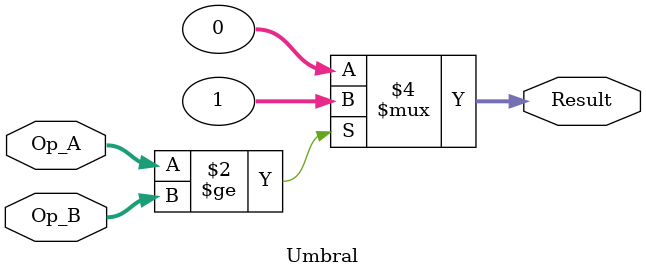
<source format=sv>
module Umbral (input logic [31 : 0] Op_A,
					input logic [31 : 0] Op_B,
					output logic [31 : 0] Result);

	always_comb begin
		
			if (Op_A >= Op_B)
			begin
				Result = 32'b1;
			end
			
			else
			begin
				Result = 32'b0;
			end
	end

endmodule 
</source>
